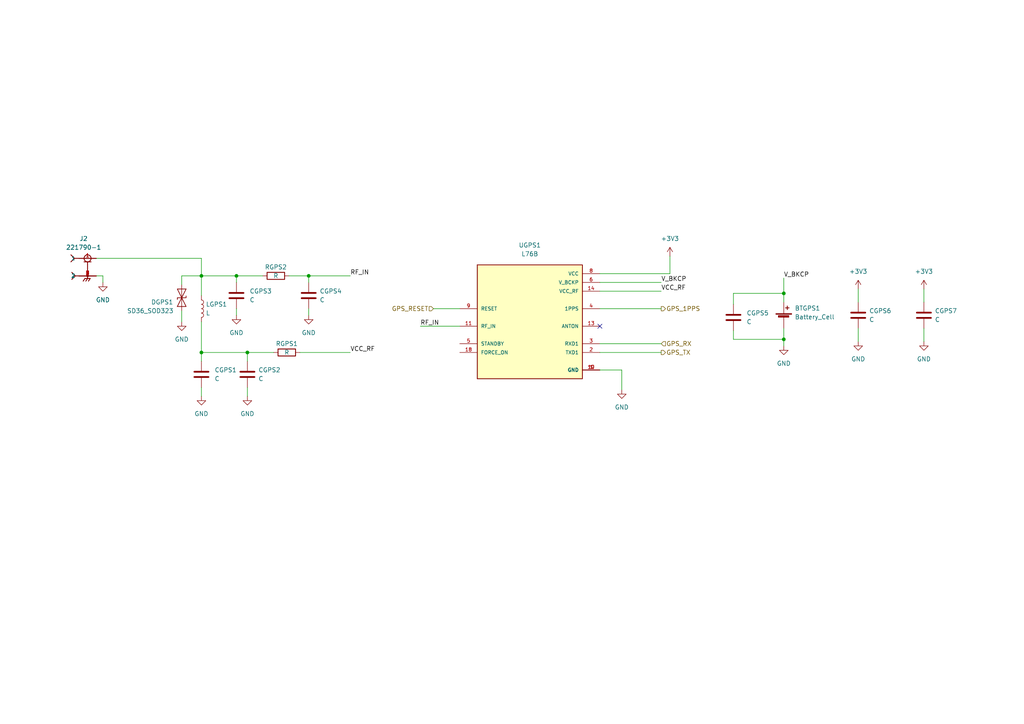
<source format=kicad_sch>
(kicad_sch (version 20211123) (generator eeschema)
  (paper "A4")
  (lib_symbols
    (symbol "Device:Battery_Cell" (pin_numbers hide) (pin_names (offset 0) hide)
      (property "Reference" "BT" (at 2.54 2.54 0))
      (property "Value" "Battery_Cell" (at 2.54 0 0))
      (symbol "Battery_Cell_0_1"
        (rectangle (start -2.286 1.778) (end 2.286 1.524) (fill (type outline)))
        (rectangle (start -1.5748 1.1938) (end 1.4732 0.6858) (fill (type outline)))
        (polyline (pts (xy 0 0.762) (xy 0 0)))
        (polyline (pts (xy 0 1.778) (xy 0 2.54)))
        (polyline (pts (xy 0.508 3.429) (xy 1.524 3.429)) (stroke (width 0.254)))
        (polyline (pts (xy 1.016 3.937) (xy 1.016 2.921)) (stroke (width 0.254)))
      )
      (symbol "Battery_Cell_1_1"
        (pin passive line (at 0 5.08 270) (length 2.54) (name "+") (number "1"))
        (pin passive line (at 0 -2.54 90) (length 2.54) (name "-") (number "2"))
      )
    )
    (symbol "Device:C" (pin_numbers hide) (pin_names (offset 0.254))
      (property "Reference" "C" (at 0.635 2.54 0))
      (property "Value" "C" (at 0.635 -2.54 0))
      (symbol "C_0_1"
        (polyline (pts (xy -2.032 -0.762) (xy 2.032 -0.762)) (stroke (width 0.508)))
        (polyline (pts (xy -2.032 0.762) (xy 2.032 0.762)) (stroke (width 0.508)))
      )
      (symbol "C_1_1"
        (pin passive line (at 0 3.81 270) (length 2.794) (name "~") (number "1"))
        (pin passive line (at 0 -3.81 90) (length 2.794) (name "~") (number "2"))
      )
    )
    (symbol "Device:L" (pin_numbers hide) (pin_names (offset 1.016) hide)
      (property "Reference" "L" (at -1.27 0 90))
      (property "Value" "L" (at 1.905 0 90))
      (symbol "L_0_1"
        (arc (start 0 -2.54) (mid 0.635 -1.905) (end 0 -1.27))
        (arc (start 0 -1.27) (mid 0.635 -0.635) (end 0 0))
        (arc (start 0 0) (mid 0.635 0.635) (end 0 1.27))
        (arc (start 0 1.27) (mid 0.635 1.905) (end 0 2.54))
      )
      (symbol "L_1_1"
        (pin passive line (at 0 3.81 270) (length 1.27) (name "1") (number "1"))
        (pin passive line (at 0 -3.81 90) (length 1.27) (name "2") (number "2"))
      )
    )
    (symbol "Device:R" (pin_numbers hide) (pin_names (offset 0))
      (property "Reference" "R" (at 2.032 0 90))
      (property "Value" "R" (at 0 0 90))
      (symbol "R_0_1"
        (rectangle (start -1.016 -2.54) (end 1.016 2.54) (stroke (width 0.254)))
      )
      (symbol "R_1_1"
        (pin passive line (at 0 3.81 270) (length 1.27) (name "~") (number "1"))
        (pin passive line (at 0 -3.81 90) (length 1.27) (name "~") (number "2"))
      )
    )
    (symbol "Diode:SD36_SOD323" (pin_numbers hide) (pin_names (offset 1.016) hide)
      (property "Reference" "D" (at 0 2.54 0))
      (property "Value" "SD36_SOD323" (at 0 -2.54 0))
      (symbol "SD36_SOD323_0_1"
        (polyline (pts (xy 1.27 0) (xy -1.27 0)))
        (polyline (pts (xy -2.54 -1.27) (xy 0 0) (xy -2.54 1.27) (xy -2.54 -1.27)) (stroke (width 0.2032)))
        (polyline (pts (xy 0.508 1.27) (xy 0 1.27) (xy 0 -1.27) (xy -0.508 -1.27)) (stroke (width 0.2032)))
        (polyline (pts (xy 2.54 1.27) (xy 2.54 -1.27) (xy 0 0) (xy 2.54 1.27)) (stroke (width 0.2032)))
      )
      (symbol "SD36_SOD323_1_1"
        (pin passive line (at -3.81 0 0) (length 2.54) (name "A1") (number "1"))
        (pin passive line (at 3.81 0 180) (length 2.54) (name "A2") (number "2"))
      )
    )
    (symbol "L76B:L76B" (pin_names (offset 1.016))
      (property "Reference" "U" (at -15.24 18.542 0))
      (property "Value" "L76B" (at -15.24 -17.78 0))
      (symbol "L76B_0_0"
        (rectangle (start -15.24 -15.24) (end 15.24 17.78) (stroke (width 0.254)) (fill (type background)))
        (pin power_in line (at 20.32 -12.7 180) (length 5.08) (name "GND") (number "1"))
        (pin power_in line (at 20.32 -12.7 180) (length 5.08) (name "GND") (number "10"))
        (pin input line (at -20.32 0 0) (length 5.08) (name "RF_IN") (number "11"))
        (pin power_in line (at 20.32 -12.7 180) (length 5.08) (name "GND") (number "12"))
        (pin output line (at 20.32 0 180) (length 5.08) (name "ANTON") (number "13"))
        (pin power_in line (at 20.32 10.16 180) (length 5.08) (name "VCC_RF") (number "14"))
        (pin input line (at -20.32 -7.62 0) (length 5.08) (name "FORCE_ON") (number "18"))
        (pin output line (at 20.32 -7.62 180) (length 5.08) (name "TXD1") (number "2"))
        (pin input line (at 20.32 -5.08 180) (length 5.08) (name "RXD1") (number "3"))
        (pin output line (at 20.32 5.08 180) (length 5.08) (name "1PPS") (number "4"))
        (pin input line (at -20.32 -5.08 0) (length 5.08) (name "STANDBY") (number "5"))
        (pin power_in line (at 20.32 12.7 180) (length 5.08) (name "V_BCKP") (number "6"))
        (pin power_in line (at 20.32 15.24 180) (length 5.08) (name "VCC") (number "8"))
        (pin input line (at -20.32 5.08 0) (length 5.08) (name "RESET") (number "9"))
      )
    )
    (symbol "SMA_Angled:221790-1" (pin_names (offset 1.016))
      (property "Reference" "J" (at -3.81 4.064 0))
      (property "Value" "221790-1" (at -4.318 -5.588 0))
      (symbol "221790-1_0_0"
        (circle (center 0 -2.54) (radius 0.254) (stroke (width 0.254)))
        (polyline (pts (xy -4.826 1.524) (xy -3.81 2.54)) (stroke (width 0.254)))
        (polyline (pts (xy -4.826 3.556) (xy -3.81 2.54)) (stroke (width 0.254)))
        (polyline (pts (xy -4.572 -3.556) (xy -3.556 -2.54)) (stroke (width 0.254)))
        (polyline (pts (xy -4.572 -1.524) (xy -3.556 -2.54)) (stroke (width 0.254)))
        (polyline (pts (xy -3.81 2.54) (xy 2.54 2.54)) (stroke (width 0.254)))
        (polyline (pts (xy -1.016 1.524) (xy 0 1.524)) (stroke (width 0.254)))
        (polyline (pts (xy -0.762 -3.302) (xy -1.27 -4.064)) (stroke (width 0.254)))
        (polyline (pts (xy 0 -3.302) (xy -0.762 -3.302)) (stroke (width 0.254)))
        (polyline (pts (xy 0 -3.302) (xy -0.508 -4.064)) (stroke (width 0.254)))
        (polyline (pts (xy 0 -3.302) (xy 0.762 -3.302)) (stroke (width 0.254)))
        (polyline (pts (xy 0 -2.54) (xy -3.556 -2.54)) (stroke (width 0.254)))
        (polyline (pts (xy 0 -2.54) (xy 0 -3.302)) (stroke (width 0.254)))
        (polyline (pts (xy 0 1.524) (xy 0 -2.54)) (stroke (width 0.254)))
        (polyline (pts (xy 0 1.524) (xy 1.016 1.524)) (stroke (width 0.254)))
        (polyline (pts (xy 0.762 -3.302) (xy 0.254 -4.064)) (stroke (width 0.254)))
        (polyline (pts (xy 2.54 -2.54) (xy 0 -2.54)) (stroke (width 0.254)))
        (circle (center 0 2.54) (radius 1.016) (stroke (width 0.254)))
        (pin passive line (at 2.54 2.54 180) (length 5.08) (name "1") (number "1"))
        (pin passive line (at 2.54 -2.54 180) (length 5.08) (name "2") (number "2"))
        (pin passive line (at 2.54 -2.54 180) (length 5.08) (name "2") (number "3"))
        (pin passive line (at 2.54 -2.54 180) (length 5.08) (name "2") (number "4"))
        (pin passive line (at 2.54 -2.54 180) (length 5.08) (name "2") (number "5"))
      )
    )
    (symbol "power:+3V3" (power) (pin_names (offset 0))
      (property "Value" "+3V3" (at 0 3.556 0))
      (symbol "+3V3_0_1"
        (polyline (pts (xy -0.762 1.27) (xy 0 2.54)))
        (polyline (pts (xy 0 0) (xy 0 2.54)))
        (polyline (pts (xy 0 2.54) (xy 0.762 1.27)))
      )
      (symbol "+3V3_1_1"
        (pin power_in line (at 0 0 90) (length 0) hide (name "+3V3") (number "1"))
      )
    )
    (symbol "power:GND" (power) (pin_names (offset 0))
      (property "Value" "GND" (at 0 -3.81 0))
      (symbol "GND_0_1"
        (polyline (pts (xy 0 0) (xy 0 -1.27) (xy 1.27 -1.27) (xy 0 -2.54) (xy -1.27 -1.27) (xy 0 -1.27)))
      )
      (symbol "GND_1_1"
        (pin power_in line (at 0 0 270) (length 0) hide (name "GND") (number "1"))
      )
    )
  )
  (junction (at 58.42 80.01))
  (junction (at 227.33 85.09))
  (junction (at 71.755 102.235))
  (junction (at 68.58 80.01))
  (junction (at 89.535 80.01))
  (junction (at 227.33 98.425))
  (junction (at 58.42 102.235))
  (no_connect (at 173.99 94.615))
  (wire (pts (xy 68.58 80.01) (xy 58.42 80.01)))
  (wire (pts (xy 227.33 95.25) (xy 227.33 98.425)))
  (wire (pts (xy 212.725 98.425) (xy 227.33 98.425)))
  (wire (pts (xy 180.34 107.315) (xy 180.34 113.03)))
  (wire (pts (xy 52.705 82.55) (xy 52.705 80.01)))
  (wire (pts (xy 173.99 81.915) (xy 191.77 81.915)))
  (wire (pts (xy 52.705 80.01) (xy 58.42 80.01)))
  (wire (pts (xy 71.755 102.235) (xy 71.755 104.775)))
  (wire (pts (xy 86.995 102.235) (xy 101.6 102.235)))
  (wire (pts (xy 76.2 80.01) (xy 68.58 80.01)))
  (wire (pts (xy 248.92 95.25) (xy 248.92 99.06)))
  (wire (pts (xy 227.33 80.645) (xy 227.33 85.09)))
  (wire (pts (xy 173.99 84.455) (xy 191.77 84.455)))
  (wire (pts (xy 89.535 81.915) (xy 89.535 80.01)))
  (wire (pts (xy 212.725 88.265) (xy 212.725 85.09)))
  (wire (pts (xy 29.845 80.01) (xy 27.94 80.01)))
  (wire (pts (xy 58.42 80.01) (xy 58.42 74.93)))
  (wire (pts (xy 173.99 89.535) (xy 191.77 89.535)))
  (wire (pts (xy 194.31 74.295) (xy 194.31 79.375)))
  (wire (pts (xy 267.97 95.25) (xy 267.97 99.06)))
  (wire (pts (xy 89.535 80.01) (xy 101.6 80.01)))
  (wire (pts (xy 71.755 102.235) (xy 58.42 102.235)))
  (wire (pts (xy 58.42 74.93) (xy 27.94 74.93)))
  (wire (pts (xy 212.725 95.885) (xy 212.725 98.425)))
  (wire (pts (xy 173.99 102.235) (xy 191.77 102.235)))
  (wire (pts (xy 71.755 112.395) (xy 71.755 114.935)))
  (wire (pts (xy 248.92 83.82) (xy 248.92 87.63)))
  (wire (pts (xy 58.42 93.345) (xy 58.42 102.235)))
  (wire (pts (xy 29.845 81.915) (xy 29.845 80.01)))
  (wire (pts (xy 173.99 107.315) (xy 180.34 107.315)))
  (wire (pts (xy 89.535 80.01) (xy 83.82 80.01)))
  (wire (pts (xy 58.42 112.395) (xy 58.42 114.935)))
  (wire (pts (xy 68.58 89.535) (xy 68.58 91.44)))
  (wire (pts (xy 212.725 85.09) (xy 227.33 85.09)))
  (wire (pts (xy 133.35 89.535) (xy 125.73 89.535)))
  (wire (pts (xy 173.99 79.375) (xy 194.31 79.375)))
  (wire (pts (xy 89.535 89.535) (xy 89.535 91.44)))
  (wire (pts (xy 58.42 102.235) (xy 58.42 104.775)))
  (wire (pts (xy 267.97 83.82) (xy 267.97 87.63)))
  (wire (pts (xy 68.58 80.01) (xy 68.58 81.915)))
  (wire (pts (xy 52.705 90.17) (xy 52.705 93.345)))
  (wire (pts (xy 227.33 85.09) (xy 227.33 87.63)))
  (wire (pts (xy 173.99 99.695) (xy 191.77 99.695)))
  (wire (pts (xy 79.375 102.235) (xy 71.755 102.235)))
  (wire (pts (xy 58.42 80.01) (xy 58.42 85.725)))
  (wire (pts (xy 227.33 98.425) (xy 227.33 100.33)))
  (wire (pts (xy 121.92 94.615) (xy 133.35 94.615)))
  (label "RF_IN" (at 121.92 94.615 0))
  (label "V_BKCP" (at 227.33 80.645 0))
  (label "VCC_RF" (at 191.77 84.455 0))
  (label "VCC_RF" (at 101.6 102.235 0))
  (label "RF_IN" (at 101.6 80.01 0))
  (label "V_BKCP" (at 191.77 81.915 0))
  (hierarchical_label "GPS_RESET" (shape input) (at 125.73 89.535 180))
  (hierarchical_label "GPS_TX" (shape output) (at 191.77 102.235 0))
  (hierarchical_label "GPS_1PPS" (shape output) (at 191.77 89.535 0))
  (hierarchical_label "GPS_RX" (shape input) (at 191.77 99.695 0))
  (symbol (lib_id "power:GND") (at 89.535 91.44 0) (unit 1)
    (property "Reference" "#PWR010" (effects hide))
    (property "Value" "GND" (at 89.535 96.52 0))
  )
  (symbol (lib_id "Device:C") (at 212.725 92.075 0) (unit 1)
    (property "Reference" "CGPS5" (at 216.535 90.8049 0) (effects (justify left)))
    (property "Value" "C" (at 216.535 93.3449 0) (effects (justify left)))
  )
  (symbol (lib_id "Device:C") (at 248.92 91.44 0) (unit 1)
    (property "Reference" "CGPS6" (at 252.095 90.1699 0) (effects (justify left)))
    (property "Value" "C" (at 252.095 92.7099 0) (effects (justify left)))
  )
  (symbol (lib_id "Device:C") (at 68.58 85.725 0) (unit 1)
    (property "Reference" "CGPS3" (at 72.39 84.4549 0) (effects (justify left)))
    (property "Value" "C" (at 72.39 86.9949 0) (effects (justify left)))
  )
  (symbol (lib_id "power:GND") (at 68.58 91.44 0) (unit 1)
    (property "Reference" "#PWR08" (effects hide))
    (property "Value" "GND" (at 68.58 96.52 0))
  )
  (symbol (lib_id "power:GND") (at 29.845 81.915 0) (unit 1)
    (property "Reference" "#PWR05" (effects hide))
    (property "Value" "GND" (at 29.845 86.995 0))
  )
  (symbol (lib_id "power:GND") (at 58.42 114.935 0) (unit 1)
    (property "Reference" "#PWR07" (effects hide))
    (property "Value" "GND" (at 58.42 120.015 0))
  )
  (symbol (lib_id "power:+3V3") (at 248.92 83.82 0) (unit 1)
    (property "Reference" "#PWR013" (effects hide))
    (property "Value" "+3V3" (at 248.92 78.74 0))
  )
  (symbol (lib_id "Diode:SD36_SOD323") (at 52.705 86.36 90) (mirror x) (unit 1)
    (property "Reference" "DGPS1" (at 43.815 87.63 90) (effects (justify right)))
    (property "Value" "SD36_SOD323" (at 36.83 90.17 90) (effects (justify right)))
    (property "Footprint" "Diode_SMD:D_SOD-323" (effects hide))
    (property "Datasheet" "https://www.littelfuse.com/~/media/electronics/datasheets/tvs_diode_arrays/littelfuse_tvs_diode_array_sd_c_datasheet.pdf.pdf" (effects hide))
  )
  (symbol (lib_id "power:GND") (at 248.92 99.06 0) (unit 1)
    (property "Reference" "#PWR014" (effects hide))
    (property "Value" "GND" (at 248.92 104.14 0))
  )
  (symbol (lib_id "Device:C") (at 267.97 91.44 0) (unit 1)
    (property "Reference" "CGPS7" (at 271.145 90.1699 0) (effects (justify left)))
    (property "Value" "C" (at 271.145 92.7099 0) (effects (justify left)))
  )
  (symbol (lib_id "power:+3V3") (at 267.97 83.82 0) (unit 1)
    (property "Reference" "#PWR016" (effects hide))
    (property "Value" "+3V3" (at 267.97 78.74 0))
  )
  (symbol (lib_id "power:GND") (at 267.97 99.06 0) (unit 1)
    (property "Reference" "#PWR017" (effects hide))
    (property "Value" "GND" (at 267.97 104.14 0))
  )
  (symbol (lib_id "Device:C") (at 89.535 85.725 0) (unit 1)
    (property "Reference" "CGPS4" (at 92.71 84.4549 0) (effects (justify left)))
    (property "Value" "C" (at 92.71 86.9949 0) (effects (justify left)))
  )
  (symbol (lib_id "Device:L") (at 58.42 89.535 0) (unit 1)
    (property "Reference" "LGPS1" (at 59.69 88.2649 0) (effects (justify left)))
    (property "Value" "L" (at 59.69 90.8049 0) (effects (justify left)))
  )
  (symbol (lib_id "Device:R") (at 80.01 80.01 90) (unit 1)
    (property "Reference" "RGPS2" (at 80.01 77.47 90))
    (property "Value" "R" (at 80.01 80.01 90))
  )
  (symbol (lib_id "L76B:L76B") (at 153.67 94.615 0) (unit 1)
    (property "Reference" "UGPS1" (at 153.67 71.12 0))
    (property "Value" "L76B" (at 153.67 73.66 0))
    (property "Footprint" "footprints:XCVR_L76B" (effects hide))
    (property "MP" "L76" (effects hide))
    (property "PACKAGE" "SOIC-8 Quectel" (effects hide))
    (property "AVAILABILITY" "Unavailable" (effects hide))
    (property "DESCRIPTION" "L76, the extremely compact GNSS module, is a concurrent GNSS receiver with multiple GNSS systems. It provides simultaneous GPS, GLONASS, BeiDou, Galileo and QZSS open service L1 reception capability." (effects hide))
    (property "MF" "Quectel" (effects hide))
    (property "PRICE" "None" (effects hide))
  )
  (symbol (lib_id "Device:C") (at 71.755 108.585 0) (unit 1)
    (property "Reference" "CGPS2" (at 74.93 107.3149 0) (effects (justify left)))
    (property "Value" "C" (at 74.93 109.8549 0) (effects (justify left)))
  )
  (symbol (lib_id "SMA_Angled:221790-1") (at 25.4 77.47 0) (unit 1)
    (property "Reference" "J2" (at 24.257 69.215 0))
    (property "Value" "221790-1" (at 24.257 71.755 0))
    (property "Footprint" "footprints:SMA_angled" (effects hide))
    (property "Datasheet" "Compliant with Exemptions" (effects hide))
    (property "Field4" "https://www.te.com/usa-en/product-221790-1.html?te_bu=Cor&te_type=disp&te_campaign=seda_glo_cor-seda-global-disp-prtnr-fy19-seda-model-bom-cta_sma-317_1&elqCampaignId=32493" (effects hide))
    (property "Field5" "221790-1" (effects hide))
    (property "Field6" "1" (effects hide))
  )
  (symbol (lib_id "power:GND") (at 227.33 100.33 0) (unit 1)
    (property "Reference" "#PWR011" (effects hide))
    (property "Value" "GND" (at 227.33 105.41 0))
  )
  (symbol (lib_id "power:GND") (at 52.705 93.345 0) (unit 1)
    (property "Reference" "#PWR06" (effects hide))
    (property "Value" "GND" (at 52.705 98.425 0))
  )
  (symbol (lib_id "Device:Battery_Cell") (at 227.33 92.71 0) (unit 1)
    (property "Reference" "BTGPS1" (at 230.505 89.4079 0) (effects (justify left)))
    (property "Value" "Battery_Cell" (at 230.505 91.9479 0) (effects (justify left)))
  )
  (symbol (lib_id "power:+3V3") (at 194.31 74.295 0) (unit 1)
    (property "Reference" "#PWR015" (effects hide))
    (property "Value" "+3V3" (at 194.31 69.215 0))
  )
  (symbol (lib_id "power:GND") (at 180.34 113.03 0) (unit 1)
    (property "Reference" "#PWR012" (effects hide))
    (property "Value" "GND" (at 180.34 118.11 0))
  )
  (symbol (lib_id "Device:C") (at 58.42 108.585 0) (unit 1)
    (property "Reference" "CGPS1" (at 62.23 107.3149 0) (effects (justify left)))
    (property "Value" "C" (at 62.23 109.8549 0) (effects (justify left)))
  )
  (symbol (lib_id "power:GND") (at 71.755 114.935 0) (unit 1)
    (property "Reference" "#PWR09" (effects hide))
    (property "Value" "GND" (at 71.755 120.015 0))
  )
  (symbol (lib_id "Device:R") (at 83.185 102.235 90) (unit 1)
    (property "Reference" "RGPS1" (at 83.185 99.695 90))
    (property "Value" "R" (at 83.185 102.235 90))
  )
)
</source>
